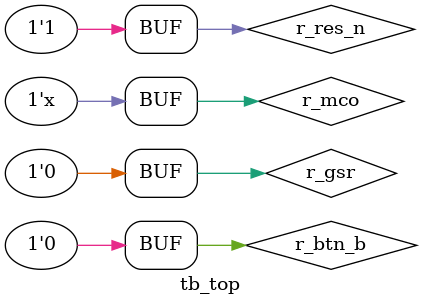
<source format=v>
/*****************************************************************
* Title    : Tang-Nano 100BASE-FX Talker Testbench for ModelSim
* Date     : 2020/09/20
* Design   : kingyo
******************************************************************/
`timescale 1ns / 1ps

module tb_top ();
    parameter   P_CYCLE_50M = 20; // System Clock 50MHz

    reg     r_gsr;
    reg     r_mco = 1'b0;
    reg     r_res_n;
    reg     r_btn_b;    // Tx button

    wire    w_led_r;
    wire    w_sfp_tx;
    wire    w_adc_cmp;

    // Global System Reset
    initial begin
        r_gsr = 1'b1;
        #10
        r_gsr = 1'b0;
    end
    GSR GSR (
        .GSRI ( r_gsr )
    );
    
    // System Clock
    always #(P_CYCLE_50M/2) r_mco <= ~r_mco;
    
    // External Reset Button
    initial begin
        r_res_n = 1'b1;
        #100;
        r_res_n = 1'b0;
        #100;
        r_res_n = 1'b1;
    end

    // Tx Button
    initial begin
        r_btn_b = 1'b1;
        #1000
        r_btn_b = 1'b0;
    end

    ///////////////////////////////////////////////////////
    // DUT
    ///////////////////////////////////////////////////////
    tx_top dut (
        .mco ( r_mco ),
        .res_n ( r_res_n ),
        .btn_b ( r_btn_b ),

        // LED
        .onb_led_r ( w_led_r ),
        // SFP
        .sfp_los ( 1'b1 ),      // Low:受信出来ている
        .sfp_rx ( 1'b0 ),       // IO_TYPE=LVDS25
        .sfp_tx ( w_sfp_tx ),   // IO_TYPE=LVCMOS33D

        // ADC
        .adc_in ( 1'b0 ),
        .adc_cmp ( w_adc_cmp )
    );

endmodule

</source>
